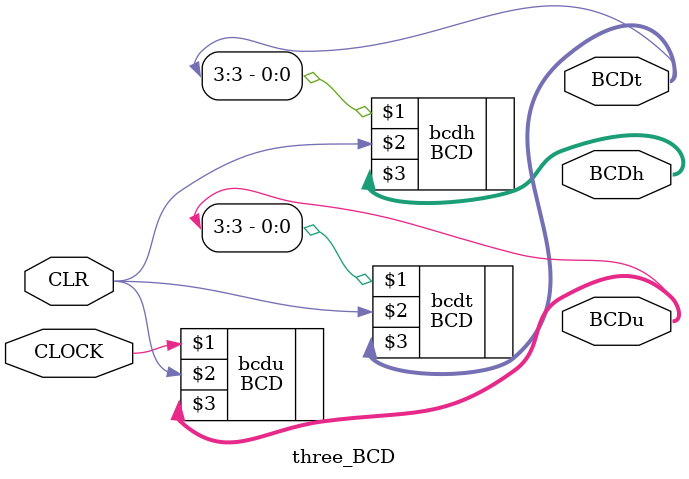
<source format=v>
module three_BCD (CLOCK, CLR, BCDu, BCDt, BCDh);
	
	input CLOCK, CLR;
	output [3:0] BCDu, BCDt, BCDh; //u=UNITS, t=TENS, h=HUNDREDS
	
	BCD bcdu (CLOCK, CLR, BCDu[3:0]);
	BCD bcdt (BCDu[3], CLR, BCDt[3:0]);
	BCD bcdh (BCDt[3], CLR, BCDh[3:0]);

endmodule
</source>
